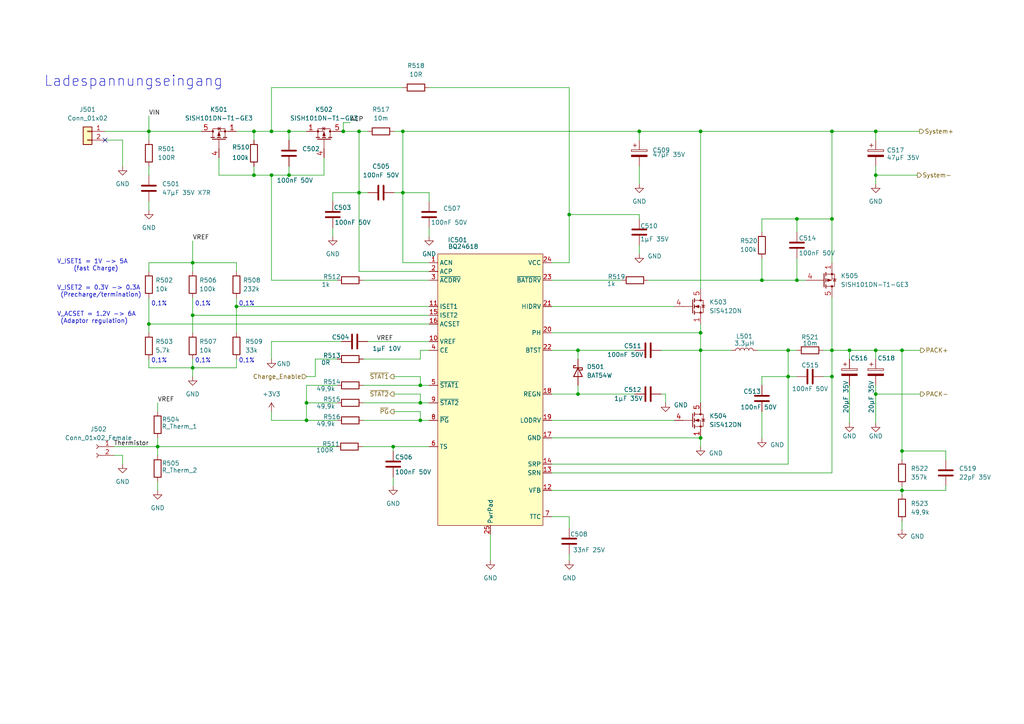
<source format=kicad_sch>
(kicad_sch (version 20250114) (generator "eeschema") (generator_version "9.0")
  (paper "A4")
  (title_block (date "2022-01-24"))
  (lib_symbols
    (symbol "Connector:Conn_01x02_Female" (pin_names (offset 1.016) (hide yes))
      (property "Reference" "J" (at 0 2.54 0))
      (property "Value" "Conn_01x02_Female" (at 0 -5.08 0))
      (symbol "Conn_01x02_Female_1_1"
        (polyline (pts (xy -1.27 0) (xy -0.508 0)) (stroke (width 0.1524)))
        (polyline (pts (xy -1.27 -2.54) (xy -0.508 -2.54)) (stroke (width 0.1524)))
        (arc (start 0 -0.508) (mid -0.5058 0) (end 0 0.508) (stroke (width 0.1524)))
        (arc (start 0 -3.048) (mid -0.5058 -2.54) (end 0 -2.032) (stroke (width 0.1524)))
        (pin passive line (at -5.08 0 0) (length 3.81) (name "Pin_1") (number "1"))
        (pin passive line (at -5.08 -2.54 0) (length 3.81) (name "Pin_2") (number "2"))
      )
    )
    (symbol "Connector_Generic:Conn_01x02" (pin_names (offset 1.016) (hide yes))
      (property "Reference" "J" (at 0 2.54 0))
      (property "Value" "Conn_01x02" (at 0 -5.08 0))
      (symbol "Conn_01x02_1_1"
        (rectangle (start -1.27 1.27) (end 1.27 -3.81) (stroke (width 0.254)) (fill (type background)))
        (rectangle (start -1.27 0.127) (end 0 -0.127) (stroke (width 0.1524)))
        (rectangle (start -1.27 -2.413) (end 0 -2.667) (stroke (width 0.1524)))
        (pin passive line (at -5.08 0 0) (length 3.81) (name "Pin_1") (number "1"))
        (pin passive line (at -5.08 -2.54 0) (length 3.81) (name "Pin_2") (number "2"))
      )
    )
    (symbol "Device:C" (pin_numbers (hide yes)) (pin_names (offset 0.254))
      (property "Reference" "C" (at 0.635 2.54 0))
      (property "Value" "C" (at 0.635 -2.54 0))
      (symbol "C_0_1"
        (polyline (pts (xy -2.032 0.762) (xy 2.032 0.762)) (stroke (width 0.508)))
        (polyline (pts (xy -2.032 -0.762) (xy 2.032 -0.762)) (stroke (width 0.508)))
      )
      (symbol "C_1_1"
        (pin passive line (at 0 3.81 270) (length 2.794) (name "~") (number "1"))
        (pin passive line (at 0 -3.81 90) (length 2.794) (name "~") (number "2"))
      )
    )
    (symbol "Device:C_Polarized" (pin_numbers (hide yes)) (pin_names (offset 0.254))
      (property "Reference" "C" (at 0.635 2.54 0))
      (property "Value" "C_Polarized" (at 0.635 -2.54 0))
      (symbol "C_Polarized_0_1"
        (rectangle (start -2.286 0.508) (end 2.286 1.016))
        (polyline (pts (xy -1.778 2.286) (xy -0.762 2.286)))
        (polyline (pts (xy -1.27 2.794) (xy -1.27 1.778)))
        (rectangle (start 2.286 -0.508) (end -2.286 -1.016) (fill (type outline)))
      )
      (symbol "C_Polarized_1_1"
        (pin passive line (at 0 3.81 270) (length 2.794) (name "~") (number "1"))
        (pin passive line (at 0 -3.81 90) (length 2.794) (name "~") (number "2"))
      )
    )
    (symbol "Device:D_Schottky" (pin_numbers (hide yes)) (pin_names (offset 1.016) (hide yes))
      (property "Reference" "D" (at 0 2.54 0))
      (property "Value" "D_Schottky" (at 0 -2.54 0))
      (symbol "D_Schottky_0_1"
        (polyline (pts (xy -1.905 0.635) (xy -1.905 1.27) (xy -1.27 1.27) (xy -1.27 -1.27) (xy -0.635 -1.27) (xy -0.635 -0.635)) (stroke (width 0.254)))
        (polyline (pts (xy 1.27 1.27) (xy 1.27 -1.27) (xy -1.27 0) (xy 1.27 1.27)) (stroke (width 0.254)))
        (polyline (pts (xy 1.27 0) (xy -1.27 0)))
      )
      (symbol "D_Schottky_1_1"
        (pin passive line (at -3.81 0 0) (length 2.54) (name "K") (number "1"))
        (pin passive line (at 3.81 0 180) (length 2.54) (name "A") (number "2"))
      )
    )
    (symbol "Device:L" (pin_numbers (hide yes)) (pin_names (offset 1.016) (hide yes))
      (property "Reference" "L" (at -1.27 0 90))
      (property "Value" "L" (at 1.905 0 90))
      (symbol "L_0_1"
        (arc (start 0 2.54) (mid 0.6323 1.905) (end 0 1.27))
        (arc (start 0 1.27) (mid 0.6323 0.635) (end 0 0))
        (arc (start 0 0) (mid 0.6323 -0.635) (end 0 -1.27))
        (arc (start 0 -1.27) (mid 0.6323 -1.905) (end 0 -2.54))
      )
      (symbol "L_1_1"
        (pin passive line (at 0 3.81 270) (length 1.27) (name "1") (number "1"))
        (pin passive line (at 0 -3.81 90) (length 1.27) (name "2") (number "2"))
      )
    )
    (symbol "Device:R" (pin_numbers (hide yes)) (pin_names (offset 0))
      (property "Reference" "R" (at 2.032 0 90))
      (property "Value" "R" (at 0 0 90))
      (symbol "R_0_1"
        (rectangle (start -1.016 -2.54) (end 1.016 2.54) (stroke (width 0.254)))
      )
      (symbol "R_1_1"
        (pin passive line (at 0 3.81 270) (length 1.27) (name "~") (number "1"))
        (pin passive line (at 0 -3.81 90) (length 1.27) (name "~") (number "2"))
      )
    )
    (symbol "HER_Symbole:BQ24618"
      (property "Reference" "U" (at 21.59 -12.7 0))
      (property "Value" "BQ24618" (at 21.59 -8.89 0))
      (symbol "BQ24618_0_1"
        (rectangle (start 5.08 -2.54) (end 35.56 -81.28) (fill (type background)))
      )
      (symbol "BQ24618_1_1"
        (pin input line (at 2.54 -5.08 0) (length 2.54) (name "ACN") (number "1"))
        (pin input line (at 2.54 -7.62 0) (length 2.54) (name "ACP") (number "2"))
        (pin output line (at 2.54 -10.16 0) (length 2.54) (name "~{ACDRV}") (number "3"))
        (pin input line (at 2.54 -17.78 0) (length 2.54) (name "ISET1") (number "11"))
        (pin input line (at 2.54 -20.32 0) (length 2.54) (name "ISET2") (number "15"))
        (pin input line (at 2.54 -22.86 0) (length 2.54) (name "ACSET") (number "16"))
        (pin input line (at 2.54 -27.94 0) (length 2.54) (name "VREF") (number "10"))
        (pin input line (at 2.54 -30.48 0) (length 2.54) (name "CE") (number "4"))
        (pin input line (at 2.54 -40.64 0) (length 2.54) (name "~{STAT1}") (number "5"))
        (pin input line (at 2.54 -45.72 0) (length 2.54) (name "~{STAT2}") (number "9"))
        (pin input line (at 2.54 -50.8 0) (length 2.54) (name "~{PG}") (number "8"))
        (pin input line (at 2.54 -58.42 0) (length 2.54) (name "TS") (number "6"))
        (pin passive line (at 20.32 -83.82 90) (length 2.54) (name "PwrPad") (number "25"))
        (pin power_in line (at 38.1 -5.08 180) (length 2.54) (name "VCC") (number "24"))
        (pin output line (at 38.1 -10.16 180) (length 2.54) (name "~{BATDRV}") (number "23"))
        (pin output line (at 38.1 -17.78 180) (length 2.54) (name "HIDRV") (number "21"))
        (pin passive line (at 38.1 -25.4 180) (length 2.54) (name "PH") (number "20"))
        (pin power_in line (at 38.1 -30.48 180) (length 2.54) (name "BTST") (number "22"))
        (pin output line (at 38.1 -43.18 180) (length 2.54) (name "REGN") (number "18"))
        (pin output line (at 38.1 -50.8 180) (length 2.54) (name "LODRV") (number "19"))
        (pin power_in line (at 38.1 -55.88 180) (length 2.54) (name "GND") (number "17"))
        (pin input line (at 38.1 -63.5 180) (length 2.54) (name "SRP") (number "14"))
        (pin input line (at 38.1 -66.04 180) (length 2.54) (name "SRN") (number "13"))
        (pin input line (at 38.1 -71.12 180) (length 2.54) (name "VFB") (number "12"))
        (pin input line (at 38.1 -78.74 180) (length 2.54) (name "TTC") (number "7"))
      )
    )
    (symbol "Vishay:MOSFET_NMOS_8_Pin"
      (property "Reference" "Q" (at 4.826 -19.558 0))
      (property "Value" "MOSFET_NMOS_8_Pin" (at 4.826 -21.59 0))
      (symbol "MOSFET_NMOS_8_Pin_0_1"
        (polyline (pts (xy 0.254 -18.415) (xy 0.254 -22.225)) (stroke (width 0.254)))
        (polyline (pts (xy 0.254 -20.32) (xy -2.54 -20.32)))
        (polyline (pts (xy 0.762 -18.034) (xy 0.762 -19.05)) (stroke (width 0.254)))
        (polyline (pts (xy 0.762 -19.812) (xy 0.762 -20.828)) (stroke (width 0.254)))
        (polyline (pts (xy 0.762 -21.59) (xy 0.762 -22.606)) (stroke (width 0.254)))
        (polyline (pts (xy 0.762 -22.098) (xy 3.302 -22.098) (xy 3.302 -18.542) (xy 0.762 -18.542)))
        (polyline (pts (xy 1.016 -20.32) (xy 2.032 -19.939) (xy 2.032 -20.701) (xy 1.016 -20.32)) (fill (type outline)))
        (polyline (pts (xy 2.54 -17.78) (xy 2.54 -18.542)))
        (circle (center 2.54 -18.542) (radius 0.254) (fill (type outline)))
        (circle (center 2.54 -22.098) (radius 0.254) (fill (type outline)))
        (polyline (pts (xy 2.54 -22.86) (xy 2.54 -20.32) (xy 0.762 -20.32)))
        (polyline (pts (xy 2.794 -19.812) (xy 2.921 -19.939) (xy 3.683 -19.939) (xy 3.81 -20.066)))
        (polyline (pts (xy 3.302 -19.939) (xy 2.921 -20.574) (xy 3.683 -20.574) (xy 3.302 -19.939)))
      )
      (symbol "MOSFET_NMOS_8_Pin_1_1"
        (pin passive line (at -5.08 -20.32 0) (length 2.54) (name "") (number "4"))
        (pin passive line (at 2.54 -15.24 270) (length 2.54) (name "") (number "5"))
        (pin passive line (at 2.54 -15.24 270) (length 2.54) (hide yes) (name "") (number "6"))
        (pin passive line (at 2.54 -15.24 270) (length 2.54) (hide yes) (name "") (number "7"))
        (pin passive line (at 2.54 -15.24 270) (length 2.54) (hide yes) (name "") (number "8"))
        (pin passive line (at 2.54 -15.24 270) (length 2.54) (hide yes) (name "") (number "9"))
        (pin passive line (at 2.54 -25.4 90) (length 2.54) (name "") (number "1"))
        (pin passive line (at 2.54 -25.4 90) (length 2.54) (hide yes) (name "S") (number "2"))
        (pin passive line (at 2.54 -25.4 90) (length 2.54) (hide yes) (name "S") (number "3"))
      )
    )
    (symbol "Vishay:MOSFET_PMOS_8Pin+Pad"
      (property "Reference" "Q" (at 5.08 -11.938 0))
      (property "Value" "MOSFET_PMOS_8Pin+Pad" (at 4.826 -13.716 0))
      (symbol "MOSFET_PMOS_8Pin+Pad_0_1"
        (polyline (pts (xy 0.254 -12.7) (xy -2.54 -12.7)))
        (polyline (pts (xy 0.254 -14.605) (xy 0.254 -10.795)) (stroke (width 0.254)))
        (polyline (pts (xy 0.762 -11.43) (xy 0.762 -10.414)) (stroke (width 0.254)))
        (polyline (pts (xy 0.762 -13.208) (xy 0.762 -12.192)) (stroke (width 0.254)))
        (polyline (pts (xy 0.762 -14.478) (xy 3.302 -14.478) (xy 3.302 -10.922) (xy 0.762 -10.922)))
        (polyline (pts (xy 0.762 -14.986) (xy 0.762 -13.97)) (stroke (width 0.254)))
        (polyline (pts (xy 2.286 -12.7) (xy 1.27 -13.081) (xy 1.27 -12.319) (xy 2.286 -12.7)) (fill (type outline)))
        (polyline (pts (xy 2.54 -10.16) (xy 2.54 -12.7) (xy 0.762 -12.7)))
        (circle (center 2.54 -10.922) (radius 0.254) (fill (type outline)))
        (circle (center 2.54 -14.478) (radius 0.254) (fill (type outline)))
        (polyline (pts (xy 2.54 -15.24) (xy 2.54 -14.478)))
        (polyline (pts (xy 2.794 -12.192) (xy 2.921 -12.319) (xy 3.683 -12.319) (xy 3.81 -12.446)))
        (polyline (pts (xy 3.302 -12.319) (xy 2.921 -12.954) (xy 3.683 -12.954) (xy 3.302 -12.319)))
      )
      (symbol "MOSFET_PMOS_8Pin+Pad_1_1"
        (pin passive line (at -5.08 -12.7 0) (length 2.54) (name "") (number "4"))
        (pin passive line (at 2.54 -7.62 270) (length 2.54) (name "") (number "1"))
        (pin passive line (at 2.54 -7.62 270) (length 2.54) (hide yes) (name "S") (number "2"))
        (pin passive line (at 2.54 -7.62 270) (length 2.54) (hide yes) (name "S") (number "3"))
        (pin passive line (at 2.54 -17.78 90) (length 2.54) (name "") (number "5"))
        (pin passive line (at 2.54 -17.78 90) (length 2.54) (hide yes) (name "") (number "6"))
        (pin passive line (at 2.54 -17.78 90) (length 2.54) (hide yes) (name "") (number "7"))
        (pin passive line (at 2.54 -17.78 90) (length 2.54) (hide yes) (name "") (number "8"))
        (pin passive line (at 2.54 -17.78 90) (length 2.54) (hide yes) (name "") (number "9"))
      )
    )
    (symbol "power:+3V3" (power) (pin_names (offset 0))
      (property "Value" "+3V3" (at 0 3.556 0))
      (symbol "+3V3_0_1"
        (polyline (pts (xy -0.762 1.27) (xy 0 2.54)))
        (polyline (pts (xy 0 2.54) (xy 0.762 1.27)))
        (polyline (pts (xy 0 0) (xy 0 2.54)))
      )
      (symbol "+3V3_1_1"
        (pin power_in line (at 0 0 90) (length 0) (hide yes) (name "+3V3") (number "1"))
      )
    )
    (symbol "power:GND" (power) (pin_names (offset 0))
      (property "Value" "GND" (at 0 -3.81 0))
      (symbol "GND_0_1"
        (polyline (pts (xy 0 0) (xy 0 -1.27) (xy 1.27 -1.27) (xy 0 -2.54) (xy -1.27 -1.27) (xy 0 -1.27)))
      )
      (symbol "GND_1_1"
        (pin power_in line (at 0 0 270) (length 0) (hide yes) (name "GND") (number "1"))
      )
    )
  )
  (text "0,1%" (at 43.815 88.9 0) (effects (font (size 1.27 1.27)) (justify left bottom)))
  (text "V_ISET2 = 0.3V -> 0.3A \n (Precharge/termination)" (at 16.51 86.36 0) (effects (font (size 1.27 1.27)) (justify left bottom)))
  (text "V_ISET1 = 1V -> 5A \n	(fast Charge)" (at 16.51 78.74 0) (effects (font (size 1.27 1.27)) (justify left bottom)))
  (text "0,1%" (at 43.815 105.41 0) (effects (font (size 1.27 1.27)) (justify left bottom)))
  (text "0,1%" (at 56.515 88.9 0) (effects (font (size 1.27 1.27)) (justify left bottom)))
  (text "Ladespannungseingang\n" (at 12.7 25.4 0) (effects (font (size 3 3)) (justify left bottom)))
  (text "0,1%" (at 69.215 105.41 0) (effects (font (size 1.27 1.27)) (justify left bottom)))
  (text "V_ACSET = 1.2V -> 6A \n (Adaptor regulation)" (at 16.51 93.98 0) (effects (font (size 1.27 1.27)) (justify left bottom)))
  (text "0,1%" (at 69.215 88.9 0) (effects (font (size 1.27 1.27)) (justify left bottom)))
  (text "0,1%" (at 56.515 105.41 0) (effects (font (size 1.27 1.27)) (justify left bottom)))
  (junction (at 73.66 50.8))
  (junction (at 203.2 96.52))
  (junction (at 83.82 38.1))
  (junction (at 228.6 101.6))
  (junction (at 121.92 121.92))
  (junction (at 231.14 63.5))
  (junction (at 78.74 38.1))
  (junction (at 167.64 101.6))
  (junction (at 104.14 55.88))
  (junction (at 254 114.3))
  (junction (at 241.3 109.22))
  (junction (at 228.6 109.22))
  (junction (at 185.42 38.1))
  (junction (at 241.3 38.1))
  (junction (at 116.84 38.1))
  (junction (at 104.14 38.1))
  (junction (at 78.74 50.8))
  (junction (at 254 101.6))
  (junction (at 261.62 130.81))
  (junction (at 114.046 129.54))
  (junction (at 88.9 116.84))
  (junction (at 246.38 101.6))
  (junction (at 68.58 88.9))
  (junction (at 55.88 76.2))
  (junction (at 121.92 116.84))
  (junction (at 203.2 101.6))
  (junction (at 203.2 127))
  (junction (at 231.14 81.28))
  (junction (at 45.72 129.54))
  (junction (at 165.1 62.23))
  (junction (at 254 50.8))
  (junction (at 220.98 81.28))
  (junction (at 55.88 106.68))
  (junction (at 99.568 38.1))
  (junction (at 241.3 101.6))
  (junction (at 116.84 55.88))
  (junction (at 121.92 111.76))
  (junction (at 254 38.1))
  (junction (at 83.82 50.8))
  (junction (at 203.2 38.1))
  (junction (at 241.3 63.5))
  (junction (at 167.64 114.3))
  (junction (at 43.18 38.1))
  (junction (at 55.88 91.44))
  (junction (at 73.66 38.1))
  (junction (at 261.62 142.24))
  (junction (at 43.18 93.98))
  (junction (at 261.62 101.6))
  (junction (at 88.9 121.92))
  (no_connect (at 30.48 40.64))
  (wire (pts (xy 191.77 101.6) (xy 203.2 101.6)))
  (wire (pts (xy 104.14 38.1) (xy 104.14 55.88)))
  (wire (pts (xy 116.84 55.88) (xy 116.84 38.1)))
  (wire (pts (xy 160.02 81.28) (xy 180.34 81.28)))
  (wire (pts (xy 203.2 101.6) (xy 203.2 116.84)))
  (wire (pts (xy 116.84 76.2) (xy 124.46 76.2)))
  (wire (pts (xy 43.18 76.2) (xy 55.88 76.2)))
  (wire (pts (xy 63.5 45.72) (xy 63.5 50.8)))
  (wire (pts (xy 93.98 50.8) (xy 93.98 45.72)))
  (wire (pts (xy 124.46 25.4) (xy 165.1 25.4)))
  (wire (pts (xy 104.14 55.88) (xy 104.14 78.74)))
  (wire (pts (xy 43.18 104.14) (xy 43.18 106.68)))
  (wire (pts (xy 45.72 127) (xy 45.72 129.54)))
  (wire (pts (xy 104.14 55.88) (xy 106.68 55.88)))
  (wire (pts (xy 73.66 38.1) (xy 73.66 40.64)))
  (wire (pts (xy 55.88 69.85) (xy 55.88 76.2)))
  (wire (pts (xy 88.9 111.76) (xy 88.9 116.84)))
  (wire (pts (xy 55.88 106.68) (xy 55.88 109.22)))
  (wire (pts (xy 261.62 133.35) (xy 261.62 130.81)))
  (wire (pts (xy 219.71 101.6) (xy 228.6 101.6)))
  (wire (pts (xy 55.88 91.44) (xy 55.88 96.52)))
  (wire (pts (xy 220.98 109.22) (xy 228.6 109.22)))
  (wire (pts (xy 43.18 48.26) (xy 43.18 50.8)))
  (wire (pts (xy 261.62 101.6) (xy 261.62 130.81)))
  (wire (pts (xy 43.18 86.36) (xy 43.18 93.98)))
  (wire (pts (xy 105.41 81.28) (xy 124.46 81.28)))
  (wire (pts (xy 105.41 116.84) (xy 121.92 116.84)))
  (wire (pts (xy 160.02 137.16) (xy 241.3 137.16)))
  (wire (pts (xy 68.58 38.1) (xy 73.66 38.1)))
  (wire (pts (xy 43.18 38.1) (xy 58.42 38.1)))
  (wire (pts (xy 241.3 101.6) (xy 238.76 101.6)))
  (wire (pts (xy 160.02 127) (xy 203.2 127)))
  (wire (pts (xy 254 111.76) (xy 254 114.3)))
  (wire (pts (xy 43.18 93.98) (xy 43.18 96.52)))
  (wire (pts (xy 246.38 111.76) (xy 246.38 122.682)))
  (wire (pts (xy 105.41 104.14) (xy 121.92 104.14)))
  (wire (pts (xy 167.64 101.6) (xy 184.15 101.6)))
  (wire (pts (xy 68.58 88.9) (xy 124.46 88.9)))
  (wire (pts (xy 220.98 67.31) (xy 220.98 63.5)))
  (wire (pts (xy 104.14 55.88) (xy 96.52 55.88)))
  (wire (pts (xy 220.98 63.5) (xy 231.14 63.5)))
  (wire (pts (xy 254 114.3) (xy 266.954 114.3)))
  (wire (pts (xy 241.3 109.22) (xy 241.3 137.16)))
  (wire (pts (xy 121.92 111.76) (xy 124.46 111.76)))
  (wire (pts (xy 114.3 55.88) (xy 116.84 55.88)))
  (wire (pts (xy 88.9 116.84) (xy 97.79 116.84)))
  (wire (pts (xy 68.58 76.2) (xy 55.88 76.2)))
  (wire (pts (xy 114.3 109.22) (xy 121.92 109.22)))
  (wire (pts (xy 254 38.1) (xy 266.7 38.1)))
  (wire (pts (xy 114.046 129.54) (xy 124.46 129.54)))
  (wire (pts (xy 121.92 101.6) (xy 124.46 101.6)))
  (wire (pts (xy 68.58 78.74) (xy 68.58 76.2)))
  (wire (pts (xy 167.64 101.6) (xy 167.64 104.14)))
  (wire (pts (xy 185.42 48.26) (xy 185.42 53.34)))
  (wire (pts (xy 231.14 81.28) (xy 233.68 81.28)))
  (wire (pts (xy 121.92 109.22) (xy 121.92 111.76)))
  (wire (pts (xy 88.9 109.22) (xy 91.44 109.22)))
  (wire (pts (xy 91.44 109.22) (xy 91.44 104.14)))
  (wire (pts (xy 68.58 88.9) (xy 68.58 96.52)))
  (wire (pts (xy 45.72 116.84) (xy 45.72 119.38)))
  (wire (pts (xy 231.14 67.31) (xy 231.14 63.5)))
  (wire (pts (xy 101.6 35.56) (xy 99.568 35.56)))
  (wire (pts (xy 261.62 142.24) (xy 274.32 142.24)))
  (wire (pts (xy 99.06 99.06) (xy 78.74 99.06)))
  (wire (pts (xy 63.5 50.8) (xy 73.66 50.8)))
  (wire (pts (xy 55.88 106.68) (xy 68.58 106.68)))
  (wire (pts (xy 203.2 38.1) (xy 203.2 83.82)))
  (wire (pts (xy 96.52 55.88) (xy 96.52 58.42)))
  (wire (pts (xy 185.42 62.23) (xy 185.42 63.5)))
  (wire (pts (xy 228.6 109.22) (xy 228.6 101.6)))
  (wire (pts (xy 55.88 106.68) (xy 55.88 104.14)))
  (wire (pts (xy 30.48 40.64) (xy 35.56 40.64)))
  (wire (pts (xy 88.9 121.92) (xy 97.79 121.92)))
  (wire (pts (xy 165.1 62.23) (xy 165.1 76.2)))
  (wire (pts (xy 78.74 38.1) (xy 83.82 38.1)))
  (wire (pts (xy 160.02 121.92) (xy 195.58 121.92)))
  (wire (pts (xy 43.18 93.98) (xy 124.46 93.98)))
  (wire (pts (xy 241.3 38.1) (xy 254 38.1)))
  (wire (pts (xy 105.41 121.92) (xy 121.92 121.92)))
  (wire (pts (xy 83.82 38.1) (xy 88.9 38.1)))
  (wire (pts (xy 121.92 104.14) (xy 121.92 101.6)))
  (wire (pts (xy 73.66 50.8) (xy 78.74 50.8)))
  (wire (pts (xy 160.02 76.2) (xy 165.1 76.2)))
  (wire (pts (xy 274.32 142.24) (xy 274.32 140.97)))
  (wire (pts (xy 78.74 121.92) (xy 88.9 121.92)))
  (wire (pts (xy 91.44 104.14) (xy 97.79 104.14)))
  (wire (pts (xy 99.568 38.1) (xy 104.14 38.1)))
  (wire (pts (xy 254 50.8) (xy 254 53.34)))
  (wire (pts (xy 274.32 130.81) (xy 274.32 133.35)))
  (wire (pts (xy 160.02 88.9) (xy 195.58 88.9)))
  (wire (pts (xy 73.66 38.1) (xy 78.74 38.1)))
  (wire (pts (xy 160.02 101.6) (xy 167.64 101.6)))
  (wire (pts (xy 167.64 111.76) (xy 167.64 114.3)))
  (wire (pts (xy 160.02 114.3) (xy 167.64 114.3)))
  (wire (pts (xy 33.02 132.08) (xy 35.56 132.08)))
  (wire (pts (xy 231.14 74.93) (xy 231.14 81.28)))
  (wire (pts (xy 78.74 119.38) (xy 78.74 121.92)))
  (wire (pts (xy 114.046 138.43) (xy 114.046 140.97)))
  (wire (pts (xy 99.568 35.56) (xy 99.568 38.1)))
  (wire (pts (xy 185.42 38.1) (xy 203.2 38.1)))
  (wire (pts (xy 254 114.3) (xy 254 122.682)))
  (wire (pts (xy 241.3 38.1) (xy 241.3 63.5)))
  (wire (pts (xy 238.76 109.22) (xy 241.3 109.22)))
  (wire (pts (xy 105.156 129.54) (xy 114.046 129.54)))
  (wire (pts (xy 254 101.6) (xy 254 104.14)))
  (wire (pts (xy 78.74 38.1) (xy 78.74 25.4)))
  (wire (pts (xy 203.2 127) (xy 203.2 129.54)))
  (wire (pts (xy 231.14 63.5) (xy 241.3 63.5)))
  (wire (pts (xy 167.64 114.3) (xy 184.15 114.3)))
  (wire (pts (xy 241.3 76.2) (xy 241.3 63.5)))
  (wire (pts (xy 116.84 38.1) (xy 114.3 38.1)))
  (wire (pts (xy 43.18 76.2) (xy 43.18 78.74)))
  (wire (pts (xy 193.04 114.3) (xy 193.04 116.84)))
  (wire (pts (xy 104.14 78.74) (xy 124.46 78.74)))
  (wire (pts (xy 187.96 81.28) (xy 220.98 81.28)))
  (wire (pts (xy 228.6 101.6) (xy 231.14 101.6)))
  (wire (pts (xy 43.18 38.1) (xy 43.18 40.64)))
  (wire (pts (xy 43.18 33.655) (xy 43.18 38.1)))
  (wire (pts (xy 96.52 66.04) (xy 96.52 68.58)))
  (wire (pts (xy 203.2 96.52) (xy 203.2 101.6)))
  (wire (pts (xy 246.38 101.6) (xy 246.38 104.14)))
  (wire (pts (xy 160.02 149.86) (xy 165.1 149.86)))
  (wire (pts (xy 261.62 101.6) (xy 266.954 101.6)))
  (wire (pts (xy 114.3 119.38) (xy 121.92 119.38)))
  (wire (pts (xy 55.88 76.2) (xy 55.88 78.74)))
  (wire (pts (xy 83.82 48.26) (xy 83.82 50.8)))
  (wire (pts (xy 114.3 114.3) (xy 121.92 114.3)))
  (wire (pts (xy 78.74 50.8) (xy 78.74 81.28)))
  (wire (pts (xy 104.14 38.1) (xy 106.68 38.1)))
  (wire (pts (xy 165.1 149.86) (xy 165.1 153.162)))
  (wire (pts (xy 43.18 106.68) (xy 55.88 106.68)))
  (wire (pts (xy 78.74 99.06) (xy 78.74 104.14)))
  (wire (pts (xy 165.1 25.4) (xy 165.1 62.23)))
  (wire (pts (xy 73.66 48.26) (xy 73.66 50.8)))
  (wire (pts (xy 78.74 81.28) (xy 97.79 81.28)))
  (wire (pts (xy 121.92 119.38) (xy 121.92 121.92)))
  (wire (pts (xy 165.1 62.23) (xy 185.42 62.23)))
  (wire (pts (xy 121.92 121.92) (xy 124.46 121.92)))
  (wire (pts (xy 261.62 140.97) (xy 261.62 142.24)))
  (wire (pts (xy 121.92 114.3) (xy 121.92 116.84)))
  (wire (pts (xy 241.3 101.6) (xy 246.38 101.6)))
  (wire (pts (xy 193.04 114.3) (xy 191.77 114.3)))
  (wire (pts (xy 160.02 134.62) (xy 228.6 134.62)))
  (wire (pts (xy 254 101.6) (xy 261.62 101.6)))
  (wire (pts (xy 220.98 111.76) (xy 220.98 109.22)))
  (wire (pts (xy 83.82 38.1) (xy 83.82 40.64)))
  (wire (pts (xy 220.98 74.93) (xy 220.98 81.28)))
  (wire (pts (xy 45.72 129.54) (xy 97.536 129.54)))
  (wire (pts (xy 228.6 109.22) (xy 231.14 109.22)))
  (wire (pts (xy 185.42 71.12) (xy 185.42 73.66)))
  (wire (pts (xy 99.06 38.1) (xy 99.568 38.1)))
  (wire (pts (xy 33.02 129.54) (xy 45.72 129.54)))
  (wire (pts (xy 43.18 58.42) (xy 43.18 60.96)))
  (wire (pts (xy 55.88 91.44) (xy 124.46 91.44)))
  (wire (pts (xy 261.62 142.24) (xy 261.62 143.51)))
  (wire (pts (xy 203.2 93.98) (xy 203.2 96.52)))
  (wire (pts (xy 220.98 81.28) (xy 231.14 81.28)))
  (wire (pts (xy 228.6 109.22) (xy 228.6 134.62)))
  (wire (pts (xy 241.3 86.36) (xy 241.3 101.6)))
  (wire (pts (xy 220.98 119.38) (xy 220.98 127.127)))
  (wire (pts (xy 185.42 38.1) (xy 185.42 40.64)))
  (wire (pts (xy 116.84 55.88) (xy 124.46 55.88)))
  (wire (pts (xy 203.2 101.6) (xy 212.09 101.6)))
  (wire (pts (xy 142.24 154.94) (xy 142.24 162.56)))
  (wire (pts (xy 116.84 55.88) (xy 116.84 76.2)))
  (wire (pts (xy 83.82 50.8) (xy 93.98 50.8)))
  (wire (pts (xy 254 50.8) (xy 266.065 50.8)))
  (wire (pts (xy 121.92 116.84) (xy 124.46 116.84)))
  (wire (pts (xy 116.84 38.1) (xy 185.42 38.1)))
  (wire (pts (xy 68.58 86.36) (xy 68.58 88.9)))
  (wire (pts (xy 106.68 99.06) (xy 124.46 99.06)))
  (wire (pts (xy 105.41 111.76) (xy 121.92 111.76)))
  (wire (pts (xy 78.74 50.8) (xy 83.82 50.8)))
  (wire (pts (xy 88.9 116.84) (xy 88.9 121.92)))
  (wire (pts (xy 55.88 86.36) (xy 55.88 91.44)))
  (wire (pts (xy 35.56 40.64) (xy 35.56 48.26)))
  (wire (pts (xy 160.02 96.52) (xy 203.2 96.52)))
  (wire (pts (xy 35.56 132.08) (xy 35.56 134.62)))
  (wire (pts (xy 246.38 101.6) (xy 254 101.6)))
  (wire (pts (xy 97.79 111.76) (xy 88.9 111.76)))
  (wire (pts (xy 254 38.1) (xy 254 40.64)))
  (wire (pts (xy 30.48 38.1) (xy 43.18 38.1)))
  (wire (pts (xy 45.72 139.7) (xy 45.72 142.24)))
  (wire (pts (xy 68.58 106.68) (xy 68.58 104.14)))
  (wire (pts (xy 261.62 151.13) (xy 261.62 153.67)))
  (wire (pts (xy 124.46 55.88) (xy 124.46 58.42)))
  (wire (pts (xy 261.62 130.81) (xy 274.32 130.81)))
  (wire (pts (xy 254 48.26) (xy 254 50.8)))
  (wire (pts (xy 160.02 142.24) (xy 261.62 142.24)))
  (wire (pts (xy 241.3 101.6) (xy 241.3 109.22)))
  (wire (pts (xy 45.72 129.54) (xy 45.72 132.08)))
  (wire (pts (xy 203.2 38.1) (xy 241.3 38.1)))
  (wire (pts (xy 114.046 129.54) (xy 114.046 130.81)))
  (wire (pts (xy 78.74 25.4) (xy 116.84 25.4)))
  (wire (pts (xy 124.46 66.04) (xy 124.46 68.58)))
  (wire (pts (xy 165.1 160.782) (xy 165.1 162.56)))
  (label "VIN" (at 43.18 33.655 0))
  (label "ACP" (at 101.6 35.56 0))
  (label "VREF" (at 55.88 69.85 0))
  (label "Thermistor" (at 33.02 129.54 0))
  (label "VREF" (at 109.2213 99.06 0))
  (label "VREF" (at 45.72 116.84 0))
  (hierarchical_label "System-" (shape output) (at 266.065 50.8 0))
  (hierarchical_label "PACK+" (shape output) (at 266.954 101.6 0))
  (hierarchical_label "System+" (shape output) (at 266.7 38.1 0))
  (hierarchical_label "~{PG}" (shape output) (at 114.3 119.38 180))
  (hierarchical_label "~{STAT2}" (shape output) (at 114.3 114.3 180))
  (hierarchical_label "~{STAT1}" (shape output) (at 114.3 109.22 180))
  (hierarchical_label "Charge_Enable" (shape input) (at 88.9 109.22 180))
  (hierarchical_label "PACK-" (shape output) (at 266.954 114.3 0))
  (symbol (lib_id "power:GND") (at 254 122.682 0) (unit 1)
    (property "Reference" "#PWR0520" (effects (hide yes)))
    (property "Value" "GND" (at 254 126.492 0))
  )
  (symbol (lib_id "Device:R") (at 220.98 71.12 0) (unit 1)
    (property "Reference" "R520" (at 214.63 69.85 0) (effects (justify left)))
    (property "Value" "100k" (at 214.63 72.39 0) (effects (justify left)))
    (property "Footprint" "Resistor_SMD:R_0603_1608Metric" (effects (hide yes)))
    (property "eurocircuits_MPN" "MCWR06X1003FTL" (effects (hide yes)))
  )
  (symbol (lib_id "Connector_Generic:Conn_01x02") (at 25.4 38.1 0) (mirror y) (unit 1)
    (property "Reference" "J501" (at 25.4 31.75 0))
    (property "Value" "Conn_01x02" (at 25.4 34.29 0))
    (property "Footprint" "Connector_Molex:Molex_Micro-Fit_3.0_43650-0215_1x02_P3.00mm_Vertical" (effects (hide yes)))
    (property "eurocircuits_MPN" "43650-0215" (effects (hide yes)))
  )
  (symbol (lib_id "power:GND") (at 142.24 162.56 0) (unit 1)
    (property "Reference" "#PWR0511" (effects (hide yes)))
    (property "Value" "GND" (at 142.24 167.64 0))
  )
  (symbol (lib_id "Device:R") (at 43.18 44.45 0) (unit 1)
    (property "Reference" "R501" (at 45.72 43.1799 0) (effects (justify left)))
    (property "Value" "100R" (at 45.72 45.7199 0) (effects (justify left)))
    (property "Footprint" "Resistor_SMD:R_0603_1608Metric" (effects (hide yes)))
    (property "eurocircuits_MPN" "MCWR06X1000FTL" (effects (hide yes)))
  )
  (symbol (lib_id "Device:R") (at 120.65 25.4 270) (unit 1)
    (property "Reference" "R518" (at 120.65 19.05 90))
    (property "Value" "10R" (at 120.65 21.59 90))
    (property "Footprint" "Resistor_SMD:R_0603_1608Metric" (effects (hide yes)))
    (property "eurocircuits_MPN" "GPR060310R" (effects (hide yes)))
  )
  (symbol (lib_id "power:GND") (at 114.046 140.97 0) (unit 1)
    (property "Reference" "#PWR0509" (effects (hide yes)))
    (property "Value" "GND" (at 114.046 146.05 0))
  )
  (symbol (lib_id "power:GND") (at 185.42 73.66 0) (unit 1)
    (property "Reference" "#PWR0514" (effects (hide yes)))
    (property "Value" "GND" (at 189.865 74.295 0))
  )
  (symbol (lib_id "Device:C") (at 102.87 99.06 270) (unit 1)
    (property "Reference" "C504" (at 101.346 97.79 90) (effects (justify right)))
    (property "Value" "1µF 10V" (at 116.332 101.092 90) (effects (justify right)))
    (property "Footprint" "Capacitor_SMD:C_0603_1608Metric" (effects (hide yes)))
    (property "eurocircuits_MPN" "CL10A105KO8NNNC" (effects (hide yes)))
  )
  (symbol (lib_id "Vishay:MOSFET_PMOS_8Pin+Pad") (at 81.28 40.64 90) (unit 1)
    (property "Reference" "K502" (at 93.98 31.75 90))
    (property "Value" "SISH101DN-T1-GE3" (at 93.98 34.29 90))
    (property "Footprint" "Vishay:PowerPAK 1212-8 Single" (effects (hide yes)))
    (property "Bauteilname" "Si7617DN" (effects (hide yes)))
    (property "eurocircuits_MPN" "SI7101DN-T1-GE3" (effects (hide yes)))
  )
  (symbol (lib_id "power:GND") (at 35.56 48.26 0) (unit 1)
    (property "Reference" "#PWR0501" (effects (hide yes)))
    (property "Value" "GND" (at 35.56 53.34 0))
  )
  (symbol (lib_id "Device:C_Polarized") (at 185.42 44.45 0) (unit 1)
    (property "Reference" "C509" (at 189.23 43.5609 0) (effects (justify left)))
    (property "Value" "47µF 35V" (at 189.23 44.8309 0) (effects (justify left)))
    (property "Footprint" "Capacitor_SMD:CP_Elec_6.3x5.4" (effects (hide yes)))
    (property "Bauteilname" "EDK476M025A9GAA" (effects (hide yes)))
    (property "eurocircuits_MPN" "EDK476M025A9GAA" (effects (hide yes)))
  )
  (symbol (lib_id "Device:C") (at 165.1 156.972 180) (unit 1)
    (property "Reference" "C508" (at 167.894 154.94 0))
    (property "Value" "33nF 25V" (at 175.514 159.512 0) (effects (justify left)))
    (property "Footprint" "Capacitor_SMD:C_0603_1608Metric" (effects (hide yes)))
    (property "eurocircuits_MPN" "CL10B333KB8NNNC" (effects (hide yes)))
  )
  (symbol (lib_id "Vishay:MOSFET_NMOS_8_Pin") (at 200.66 68.58 0) (unit 1)
    (property "Reference" "K503" (at 205.74 87.6299 0) (effects (justify left)))
    (property "Value" "SiS412DN" (at 205.74 90.1699 0) (effects (justify left)))
    (property "Footprint" "Vishay:PowerPAK 1212-8 Single" (effects (hide yes)))
    (property "Bauteilname" "SiS412DN" (effects (hide yes)))
    (property "eurocircuits_MPN" "SIS412DN-T1-GE3" (effects (hide yes)))
  )
  (symbol (lib_id "power:GND") (at 193.04 116.84 0) (unit 1)
    (property "Reference" "#PWR0515" (effects (hide yes)))
    (property "Value" "GND" (at 197.485 117.475 0))
  )
  (symbol (lib_id "power:GND") (at 45.72 142.24 0) (unit 1)
    (property "Reference" "#PWR0504" (effects (hide yes)))
    (property "Value" "GND" (at 45.72 147.32 0))
  )
  (symbol (lib_id "Device:C") (at 110.49 55.88 90) (unit 1)
    (property "Reference" "C505" (at 110.49 48.26 90))
    (property "Value" "100nF 50V" (at 110.49 50.8 90))
    (property "Footprint" "Capacitor_SMD:C_0603_1608Metric" (effects (hide yes)))
    (property "eurocircuits_MPN" "885012206095" (effects (hide yes)))
  )
  (symbol (lib_id "Device:R") (at 68.58 100.33 0) (unit 1)
    (property "Reference" "R509" (at 71.12 99.0599 0) (effects (justify left)))
    (property "Value" "33k" (at 71.12 101.5999 0) (effects (justify left)))
    (property "Footprint" "Resistor_SMD:R_0603_1608Metric" (effects (hide yes)))
    (property "eurocircuits_MPN" "GPR060333K" (effects (hide yes)))
  )
  (symbol (lib_id "Device:C") (at 185.42 67.31 0) (unit 1)
    (property "Reference" "C510" (at 185.674 65.532 0) (effects (justify left)))
    (property "Value" "1µF 35V" (at 185.674 69.342 0) (effects (justify left)))
    (property "Footprint" "Capacitor_SMD:C_0603_1608Metric" (effects (hide yes)))
    (property "eurocircuits_MPN" "CL10A105KB8NNNC" (effects (hide yes)))
  )
  (symbol (lib_id "Device:R") (at 101.6 104.14 90) (unit 1)
    (property "Reference" "R513" (at 96.266 103.124 90))
    (property "Value" "0R" (at 94.488 105.156 90))
    (property "Footprint" "Resistor_SMD:R_0603_1608Metric" (effects (hide yes)))
    (property "eurocircuits_MPN" "GPR06030R" (effects (hide yes)))
  )
  (symbol (lib_id "power:GND") (at 220.98 127.127 0) (unit 1)
    (property "Reference" "#PWR0517" (effects (hide yes)))
    (property "Value" "GND" (at 225.425 129.032 0))
  )
  (symbol (lib_id "Device:R") (at 101.6 81.28 90) (mirror x) (unit 1)
    (property "Reference" "R512" (at 96.266 80.264 90))
    (property "Value" "1k" (at 94.488 82.55 90))
    (property "Footprint" "Resistor_SMD:R_0603_1608Metric" (effects (hide yes)))
    (property "eurocircuits_MPN" "MCWR06X1001FTL" (effects (hide yes)))
  )
  (symbol (lib_id "power:GND") (at 43.18 60.96 0) (unit 1)
    (property "Reference" "#PWR0503" (effects (hide yes)))
    (property "Value" "GND" (at 43.18 66.04 0))
  )
  (symbol (lib_id "power:GND") (at 55.88 109.22 0) (unit 1)
    (property "Reference" "#PWR0505" (effects (hide yes)))
    (property "Value" "GND" (at 55.88 114.3 0))
  )
  (symbol (lib_id "Device:C") (at 43.18 54.61 0) (unit 1)
    (property "Reference" "C501" (at 46.99 53.3399 0) (effects (justify left)))
    (property "Value" "47µF 35V X7R" (at 46.99 55.8799 0) (effects (justify left)))
    (property "Footprint" "Capacitor_SMD:C_2220_5650Metric" (effects (hide yes)))
    (property "Bauteilname" "KCM55WR7YA476MH01K" (effects (hide yes)))
    (property "eurocircuits_MPN" "KCM55WR7YA476MH01K" (effects (hide yes)))
  )
  (symbol (lib_id "Device:R") (at 261.62 147.32 0) (unit 1)
    (property "Reference" "R523" (at 264.16 146.0499 0) (effects (justify left)))
    (property "Value" "49,9k" (at 264.16 148.5899 0) (effects (justify left)))
    (property "Footprint" "Resistor_SMD:R_0603_1608Metric" (effects (hide yes)))
    (property "eurocircuits_MPN" "ERA-3AEB4992V" (effects (hide yes)))
  )
  (symbol (lib_id "power:GND") (at 78.74 104.14 0) (unit 1)
    (property "Reference" "#PWR0506" (effects (hide yes)))
    (property "Value" "GND" (at 82.296 105.537 0))
  )
  (symbol (lib_id "HER_Symbole:BQ24618") (at 121.92 71.12 0) (unit 1)
    (property "Reference" "IC501" (at 132.715 69.596 0))
    (property "Value" "BQ24618" (at 134.366 71.501 0))
    (property "Footprint" "Package_DFN_QFN:VQFN-24-1EP_4x4mm_P0.5mm_EP2.45x2.45mm" (effects (hide yes)))
    (property "Bauteilname" "BQ24618" (effects (hide yes)))
    (property "eurocircuits_MPN" "BQ24618RGET" (effects (hide yes)))
  )
  (symbol (lib_id "Device:R") (at 101.6 111.76 90) (unit 1)
    (property "Reference" "R514" (at 96.266 110.744 90))
    (property "Value" "49,9k" (at 94.488 112.776 90))
    (property "Footprint" "Resistor_SMD:R_0603_1608Metric" (effects (hide yes)))
    (property "eurocircuits_MPN" "ERA-3AEB4992V" (effects (hide yes)))
  )
  (symbol (lib_id "power:GND") (at 185.42 53.34 0) (unit 1)
    (property "Reference" "#PWR0513" (effects (hide yes)))
    (property "Value" "GND" (at 185.42 58.42 0))
  )
  (symbol (lib_id "Device:R") (at 101.346 129.54 90) (unit 1)
    (property "Reference" "R511" (at 96.012 128.778 90))
    (property "Value" "100R" (at 94.234 130.556 90))
    (property "Footprint" "Resistor_SMD:R_0603_1608Metric" (effects (hide yes)))
    (property "eurocircuits_MPN" "MCWR06X1000FTL" (effects (hide yes)))
  )
  (symbol (lib_id "power:GND") (at 254 53.34 0) (unit 1)
    (property "Reference" "#PWR0519" (effects (hide yes)))
    (property "Value" "GND" (at 254 58.42 0))
  )
  (symbol (lib_id "Device:R") (at 261.62 137.16 0) (unit 1)
    (property "Reference" "R522" (at 264.16 135.8899 0) (effects (justify left)))
    (property "Value" "357k" (at 264.16 138.4299 0) (effects (justify left)))
    (property "Footprint" "Resistor_SMD:R_0603_1608Metric" (effects (hide yes)))
    (property "eurocircuits_MPN" " CRCW0603357KFKEA" (effects (hide yes)))
  )
  (symbol (lib_id "power:GND") (at 96.52 68.58 0) (unit 1)
    (property "Reference" "#PWR0508" (effects (hide yes)))
    (property "Value" "GND" (at 96.52 73.66 0))
  )
  (symbol (lib_id "Device:C") (at 114.046 134.62 180) (unit 1)
    (property "Reference" "C506" (at 114.554 132.588 0) (effects (justify right)))
    (property "Value" "100nF 50V" (at 114.554 136.906 0) (effects (justify right)))
    (property "Footprint" "Capacitor_SMD:C_0603_1608Metric" (effects (hide yes)))
    (property "eurocircuits_MPN" "885012206095" (effects (hide yes)))
  )
  (symbol (lib_id "Device:R") (at 45.72 135.89 180) (unit 1)
    (property "Reference" "R505" (at 49.53 134.366 0))
    (property "Value" "R_Therm_2" (at 52.07 136.398 0))
    (property "Footprint" "Resistor_SMD:R_0603_1608Metric" (effects (hide yes)))
    (property "eurocircuits_MPN" "RC0603FR-07430KL" (effects (hide yes)))
  )
  (symbol (lib_id "power:GND") (at 165.1 162.56 0) (unit 1)
    (property "Reference" "#PWR0512" (effects (hide yes)))
    (property "Value" "GND" (at 165.1 167.64 0))
  )
  (symbol (lib_id "Connector:Conn_01x02_Female") (at 27.94 129.54 0) (mirror y) (unit 1)
    (property "Reference" "J502" (at 28.575 124.46 0))
    (property "Value" "Conn_01x02_Female" (at 28.575 127 0))
    (property "Footprint" "Connector_Molex:Molex_PicoBlade_53047-0210_1x02_P1.25mm_Vertical" (effects (hide yes)))
    (property "eurocircuits_MPN" "53047-0210" (effects (hide yes)))
  )
  (symbol (lib_id "Vishay:MOSFET_NMOS_8_Pin") (at 200.66 101.6 0) (unit 1)
    (property "Reference" "K504" (at 205.74 120.6499 0) (effects (justify left)))
    (property "Value" "SiS412DN" (at 205.74 123.1899 0) (effects (justify left)))
    (property "Footprint" "Vishay:PowerPAK 1212-8 Single" (effects (hide yes)))
    (property "Bauteilname" "SiS412DN" (effects (hide yes)))
    (property "eurocircuits_MPN" "SIS412DN-T1-GE3" (effects (hide yes)))
  )
  (symbol (lib_id "Device:C") (at 96.52 62.23 180) (unit 1)
    (property "Reference" "C503" (at 96.774 60.198 0) (effects (justify right)))
    (property "Value" "100nF 50V" (at 97.028 64.516 0) (effects (justify right)))
    (property "Footprint" "Capacitor_SMD:C_0603_1608Metric" (effects (hide yes)))
    (property "eurocircuits_MPN" "885012206095" (effects (hide yes)))
  )
  (symbol (lib_id "Device:C_Polarized") (at 246.38 107.95 0) (unit 1)
    (property "Reference" "C516" (at 246.634 103.886 0) (effects (justify left)))
    (property "Value" "20µF 35V" (at 245.364 119.888 90) (effects (justify left)))
    (property "Footprint" "Capacitor_SMD:CP_Elec_5x5.3" (effects (hide yes)))
    (property "Bauteilname" "EDK226M035A9DAA" (effects (hide yes)))
    (property "eurocircuits_MPN" "EDK226M035A9DAA" (effects (hide yes)))
  )
  (symbol (lib_id "Device:R") (at 234.95 101.6 270) (unit 1)
    (property "Reference" "R521" (at 234.95 97.79 90))
    (property "Value" "10m" (at 234.95 99.568 90))
    (property "Footprint" "Resistor_SMD:R_2512_6332Metric" (effects (hide yes)))
    (property "Bauteilname" "PCS2512DR0100ET" (effects (hide yes)))
    (property "eurocircuits_MPN" "PCS2512DR0100ET" (effects (hide yes)))
  )
  (symbol (lib_id "Device:R") (at 184.15 81.28 270) (unit 1)
    (property "Reference" "R519" (at 178.816 80.264 90))
    (property "Value" "1k" (at 177.292 82.296 90))
    (property "Footprint" "Resistor_SMD:R_0603_1608Metric" (effects (hide yes)))
    (property "eurocircuits_MPN" "MCWR06X1001FTL" (effects (hide yes)))
  )
  (symbol (lib_id "Device:R") (at 43.18 82.55 0) (unit 1)
    (property "Reference" "R502" (at 45.085 81.2799 0) (effects (justify left)))
    (property "Value" "10k" (at 45.085 83.8199 0) (effects (justify left)))
    (property "Footprint" "Resistor_SMD:R_0603_1608Metric" (effects (hide yes)))
    (property "eurocircuits_MPN" "MCWR06X1002FTL" (effects (hide yes)))
  )
  (symbol (lib_id "Device:R") (at 101.6 116.84 90) (unit 1)
    (property "Reference" "R515" (at 96.266 115.824 90))
    (property "Value" "49,9k" (at 94.488 117.856 90))
    (property "Footprint" "Resistor_SMD:R_0603_1608Metric" (effects (hide yes)))
    (property "eurocircuits_MPN" "ERA-3AEB4992V" (effects (hide yes)))
  )
  (symbol (lib_id "Device:C") (at 187.96 101.6 90) (unit 1)
    (property "Reference" "C511" (at 183.515 100.33 90))
    (property "Value" "100nF 50V" (at 181.356 102.87 90))
    (property "Footprint" "Capacitor_SMD:C_0603_1608Metric" (effects (hide yes)))
    (property "eurocircuits_MPN" "885012206095" (effects (hide yes)))
  )
  (symbol (lib_id "Vishay:MOSFET_PMOS_8Pin+Pad") (at 76.2 40.64 270) (mirror x) (unit 1)
    (property "Reference" "K501" (at 63.5 31.75 90))
    (property "Value" "SISH101DN-T1-GE3" (at 63.5 34.29 90))
    (property "Footprint" "Vishay:PowerPAK 1212-8 Single" (effects (hide yes)))
    (property "Bauteilname" "Si7617DN" (effects (hide yes)))
    (property "eurocircuits_MPN" "SI7101DN-T1-GE3" (effects (hide yes)))
  )
  (symbol (lib_id "Device:R") (at 110.49 38.1 270) (unit 1)
    (property "Reference" "R517" (at 110.49 31.75 90))
    (property "Value" "10m" (at 110.49 34.29 90))
    (property "Footprint" "Resistor_SMD:R_2512_6332Metric" (effects (hide yes)))
    (property "Bauteilname" "PCS2512DR0100ET" (effects (hide yes)))
    (property "eurocircuits_MPN" "PCS2512DR0100ET" (effects (hide yes)))
  )
  (symbol (lib_id "Device:L") (at 215.9 101.6 90) (unit 1)
    (property "Reference" "L501" (at 215.9 97.536 90))
    (property "Value" "3,3µH" (at 215.9 99.568 90))
    (property "Footprint" "Inductor_SMD:L_Bourns_SRP1245A" (effects (hide yes)))
    (property "Bauteilname" "SRP1245C-3R3M" (effects (hide yes)))
    (property "eurocircuits_MPN" "SRP1245C-3R3M" (effects (hide yes)))
  )
  (symbol (lib_id "Device:C") (at 274.32 137.16 180) (unit 1)
    (property "Reference" "C519" (at 278.13 135.8899 0) (effects (justify right)))
    (property "Value" "22pF 35V" (at 278.13 138.4299 0) (effects (justify right)))
    (property "Footprint" "Capacitor_SMD:C_0603_1608Metric" (effects (hide yes)))
    (property "eurocircuits_MPN" "885012006053" (effects (hide yes)))
  )
  (symbol (lib_id "Device:C") (at 124.46 62.23 180) (unit 1)
    (property "Reference" "C507" (at 128.524 60.452 0) (effects (justify right)))
    (property "Value" "100nF 50V" (at 124.968 64.516 0) (effects (justify right)))
    (property "Footprint" "Capacitor_SMD:C_0603_1608Metric" (effects (hide yes)))
    (property "eurocircuits_MPN" "885012206095" (effects (hide yes)))
  )
  (symbol (lib_id "Device:C_Polarized") (at 254 44.45 0) (unit 1)
    (property "Reference" "C517" (at 257.175 43.5609 0) (effects (justify left)))
    (property "Value" "47µF 35V" (at 257.175 45.72 0) (effects (justify left)))
    (property "Footprint" "Capacitor_SMD:CP_Elec_6.3x5.4" (effects (hide yes)))
    (property "Bauteilname" "EDK476M025A9GAA" (effects (hide yes)))
    (property "eurocircuits_MPN" "EDK476M025A9GAA" (effects (hide yes)))
  )
  (symbol (lib_id "Device:C") (at 220.98 115.57 180) (unit 1)
    (property "Reference" "C513" (at 220.726 113.538 0) (effects (justify left)))
    (property "Value" "100nF 50V" (at 225.298 118.11 0) (effects (justify left)))
    (property "Footprint" "Capacitor_SMD:C_0603_1608Metric" (effects (hide yes)))
    (property "eurocircuits_MPN" "885012206095" (effects (hide yes)))
  )
  (symbol (lib_id "power:GND") (at 246.38 122.682 0) (unit 1)
    (property "Reference" "#PWR0518" (effects (hide yes)))
    (property "Value" "GND" (at 246.38 126.492 0))
  )
  (symbol (lib_id "Device:D_Schottky") (at 167.64 107.95 90) (mirror x) (unit 1)
    (property "Reference" "D501" (at 170.18 106.3624 90) (effects (justify right)))
    (property "Value" "BAT54W" (at 170.18 108.9024 90) (effects (justify right)))
    (property "Footprint" "Diode_SMD:D_SOD-523" (effects (hide yes)))
    (property "eurocircuits_MPN" "BAT54WX-TP" (effects (hide yes)))
  )
  (symbol (lib_id "Device:C") (at 231.14 71.12 0) (unit 1)
    (property "Reference" "C514" (at 231.648 69.088 0) (effects (justify left)))
    (property "Value" "100nF 50V" (at 231.648 73.406 0) (effects (justify left)))
    (property "Footprint" "Capacitor_SMD:C_0603_1608Metric" (effects (hide yes)))
    (property "eurocircuits_MPN" "885012206095" (effects (hide yes)))
  )
  (symbol (lib_id "Device:R") (at 73.66 44.45 0) (mirror y) (unit 1)
    (property "Reference" "R510" (at 67.31 42.672 0) (effects (justify right)))
    (property "Value" "100k" (at 67.31 45.72 0) (effects (justify right)))
    (property "Footprint" "Resistor_SMD:R_0603_1608Metric" (effects (hide yes)))
    (property "eurocircuits_MPN" "MCWR06X1003FTL" (effects (hide yes)))
  )
  (symbol (lib_id "Device:R") (at 68.58 82.55 0) (unit 1)
    (property "Reference" "R508" (at 70.485 81.2799 0) (effects (justify left)))
    (property "Value" "232k" (at 70.485 83.8199 0) (effects (justify left)))
    (property "Footprint" "Resistor_SMD:R_0603_1608Metric" (effects (hide yes)))
    (property "eurocircuits_MPN" "CPF0603B232KE1" (effects (hide yes)))
  )
  (symbol (lib_id "Device:R") (at 45.72 123.19 180) (unit 1)
    (property "Reference" "R504" (at 49.53 121.666 0))
    (property "Value" "R_Therm_1" (at 52.07 123.698 0))
    (property "Footprint" "Resistor_SMD:R_0603_1608Metric" (effects (hide yes)))
    (property "eurocircuits_MPN" "RC0603FR-079K1L" (effects (hide yes)))
  )
  (symbol (lib_id "Device:R") (at 43.18 100.33 0) (unit 1)
    (property "Reference" "R503" (at 45.085 99.0599 0) (effects (justify left)))
    (property "Value" "5.7k" (at 45.085 101.5999 0) (effects (justify left)))
    (property "Footprint" "Resistor_SMD:R_0603_1608Metric" (effects (hide yes)))
    (property "eurocircuits_MPN" "RP0603BRD075K76L" (effects (hide yes)))
  )
  (symbol (lib_id "Device:R") (at 55.88 82.55 0) (unit 1)
    (property "Reference" "R506" (at 57.785 81.2799 0) (effects (justify left)))
    (property "Value" "100k" (at 57.785 83.8199 0) (effects (justify left)))
    (property "Footprint" "Resistor_SMD:R_0603_1608Metric" (effects (hide yes)))
    (property "eurocircuits_MPN" "MCWR06X1003FTL" (effects (hide yes)))
  )
  (symbol (lib_id "power:+3V3") (at 78.74 119.38 0) (unit 1)
    (property "Reference" "#PWR0507" (effects (hide yes)))
    (property "Value" "+3V3" (at 78.74 114.3 0))
  )
  (symbol (lib_id "power:GND") (at 124.46 68.58 0) (unit 1)
    (property "Reference" "#PWR0510" (effects (hide yes)))
    (property "Value" "GND" (at 124.46 73.66 0))
  )
  (symbol (lib_id "power:GND") (at 203.2 129.54 0) (unit 1)
    (property "Reference" "#PWR0516" (effects (hide yes)))
    (property "Value" "GND" (at 207.645 131.445 0))
  )
  (symbol (lib_id "Device:R") (at 55.88 100.33 0) (unit 1)
    (property "Reference" "R507" (at 57.785 99.0599 0) (effects (justify left)))
    (property "Value" "10k" (at 57.785 101.5999 0) (effects (justify left)))
    (property "Footprint" "Resistor_SMD:R_0603_1608Metric" (effects (hide yes)))
    (property "eurocircuits_MPN" "MCWR06X1002FTL" (effects (hide yes)))
  )
  (symbol (lib_id "Device:C_Polarized") (at 254 107.95 0) (unit 1)
    (property "Reference" "C518" (at 254.508 103.886 0) (effects (justify left)))
    (property "Value" "20µF 35V" (at 252.73 119.888 90) (effects (justify left)))
    (property "Footprint" "Capacitor_SMD:CP_Elec_5x5.3" (effects (hide yes)))
    (property "Bauteilname" "EDK226M035A9DAA" (effects (hide yes)))
    (property "eurocircuits_MPN" "EDK226M035A9DAA" (effects (hide yes)))
  )
  (symbol (lib_id "Device:R") (at 101.6 121.92 90) (unit 1)
    (property "Reference" "R516" (at 96.266 120.904 90))
    (property "Value" "49,9k" (at 94.488 122.936 90))
    (property "Footprint" "Resistor_SMD:R_0603_1608Metric" (effects (hide yes)))
    (property "eurocircuits_MPN" "ERA-3AEB4992V" (effects (hide yes)))
  )
  (symbol (lib_id "Device:C") (at 83.82 44.45 0) (unit 1)
    (property "Reference" "C502" (at 87.63 43.1799 0) (effects (justify left)))
    (property "Value" "100nF 50V" (at 80.264 52.324 0) (effects (justify left)))
    (property "Footprint" "Capacitor_SMD:C_0603_1608Metric" (effects (hide yes)))
    (property "eurocircuits_MPN" "885012206095" (effects (hide yes)))
  )
  (symbol (lib_id "power:GND") (at 261.62 153.67 0) (unit 1)
    (property "Reference" "#PWR0521" (effects (hide yes)))
    (property "Value" "GND" (at 266.065 155.575 0))
  )
  (symbol (lib_id "Device:C") (at 187.96 114.3 90) (unit 1)
    (property "Reference" "C512" (at 186.055 113.03 90) (effects (justify left)))
    (property "Value" "1µF 35V" (at 186.436 115.57 90) (effects (justify left)))
    (property "Footprint" "Capacitor_SMD:C_0603_1608Metric" (effects (hide yes)))
    (property "eurocircuits_MPN" "CL10A105KB8NNNC" (effects (hide yes)))
  )
  (symbol (lib_id "Vishay:MOSFET_PMOS_8Pin+Pad") (at 238.76 68.58 0) (unit 1)
    (property "Reference" "K505" (at 243.84 80.0099 0) (effects (justify left)))
    (property "Value" "SISH101DN-T1-GE3" (at 243.84 82.5499 0) (effects (justify left)))
    (property "Footprint" "Vishay:PowerPAK 1212-8 Single" (effects (hide yes)))
    (property "Bauteilname" "Si7617DN" (effects (hide yes)))
    (property "eurocircuits_MPN" "SI7101DN-T1-GE3" (effects (hide yes)))
  )
  (symbol (lib_id "Device:C") (at 234.95 109.22 270) (unit 1)
    (property "Reference" "C515" (at 232.41 105.918 90) (effects (justify left)))
    (property "Value" "100nF 50V" (at 234.95 112.776 90))
    (property "Footprint" "Capacitor_SMD:C_0603_1608Metric" (effects (hide yes)))
    (property "eurocircuits_MPN" "885012206095" (effects (hide yes)))
  )
  (symbol (lib_id "power:GND") (at 35.56 134.62 0) (unit 1)
    (property "Reference" "#PWR0502" (effects (hide yes)))
    (property "Value" "GND" (at 35.56 139.7 0))
  )
)
</source>
